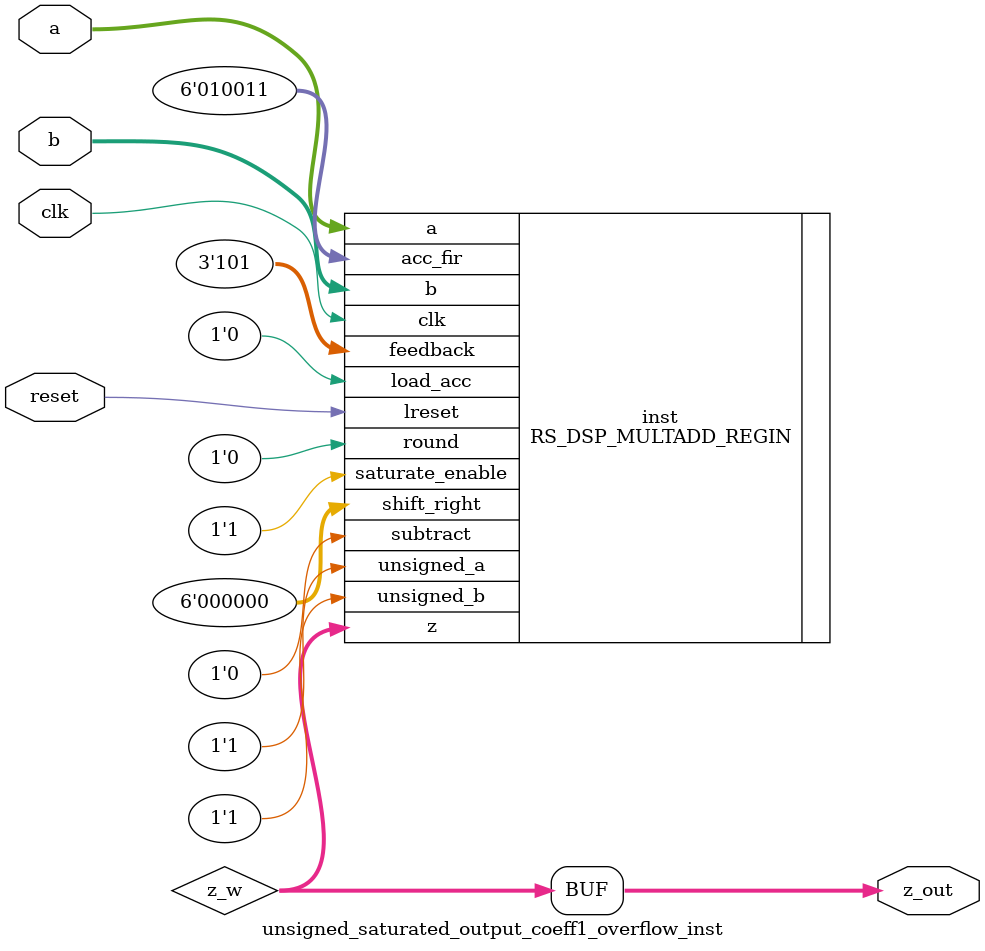
<source format=v>
module unsigned_saturated_output_coeff1_overflow_inst (
	input  wire [19:0] a,
    input  wire [17:0] b,
	input wire clk, reset,
    output wire [37:0] z_out
    );

    parameter [79:0] MODE_BITS = 80'h000007ffff0000000000;
    
    wire [37:0] z_w;
	RS_DSP_MULTADD_REGIN #(
    .MODE_BITS(80'h000007ffff0000000000)) 
        inst(.a(a), .b(b), .z(z_w),. clk(clk), .lreset(reset),. load_acc(1'b0) ,
        . feedback(3'd5),. acc_fir(6'd19), .unsigned_a(1'b1), .unsigned_b(1'b1),
        . saturate_enable(1'b1),. shift_right(6'd0),. round(1'b0),.subtract(1'b0));
	
    assign z_out = z_w;

endmodule
</source>
